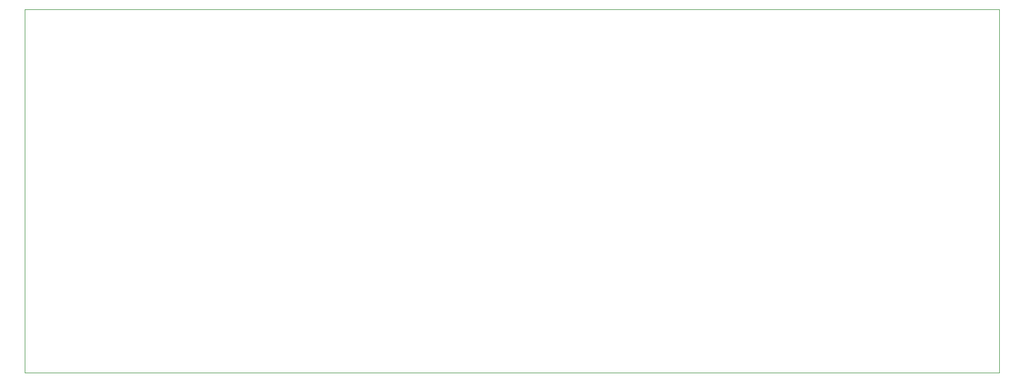
<source format=gm1>
G04 #@! TF.GenerationSoftware,KiCad,Pcbnew,9.0.5*
G04 #@! TF.CreationDate,2025-10-23T02:30:18+02:00*
G04 #@! TF.ProjectId,supply-board,73757070-6c79-42d6-926f-6172642e6b69,1.0a*
G04 #@! TF.SameCoordinates,Original*
G04 #@! TF.FileFunction,Profile,NP*
%FSLAX46Y46*%
G04 Gerber Fmt 4.6, Leading zero omitted, Abs format (unit mm)*
G04 Created by KiCad (PCBNEW 9.0.5) date 2025-10-23 02:30:18*
%MOMM*%
%LPD*%
G01*
G04 APERTURE LIST*
G04 #@! TA.AperFunction,Profile*
%ADD10C,0.050000*%
G04 #@! TD*
G04 APERTURE END LIST*
D10*
X36690000Y-62516400D02*
X186690000Y-62516400D01*
X186690000Y-118516400D01*
X36690000Y-118516400D01*
X36690000Y-62516400D01*
M02*

</source>
